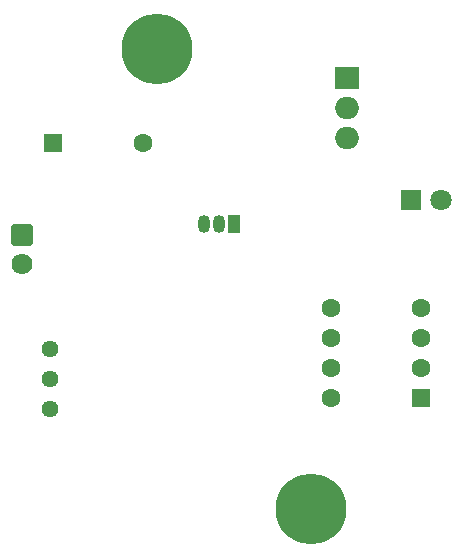
<source format=gbr>
%TF.GenerationSoftware,KiCad,Pcbnew,9.0.1*%
%TF.CreationDate,2025-04-27T19:27:19+01:00*%
%TF.ProjectId,PCB_IndicadorBateriaBaja,5043425f-496e-4646-9963-61646f724261,1*%
%TF.SameCoordinates,Original*%
%TF.FileFunction,Soldermask,Bot*%
%TF.FilePolarity,Negative*%
%FSLAX46Y46*%
G04 Gerber Fmt 4.6, Leading zero omitted, Abs format (unit mm)*
G04 Created by KiCad (PCBNEW 9.0.1) date 2025-04-27 19:27:19*
%MOMM*%
%LPD*%
G01*
G04 APERTURE LIST*
G04 Aperture macros list*
%AMRoundRect*
0 Rectangle with rounded corners*
0 $1 Rounding radius*
0 $2 $3 $4 $5 $6 $7 $8 $9 X,Y pos of 4 corners*
0 Add a 4 corners polygon primitive as box body*
4,1,4,$2,$3,$4,$5,$6,$7,$8,$9,$2,$3,0*
0 Add four circle primitives for the rounded corners*
1,1,$1+$1,$2,$3*
1,1,$1+$1,$4,$5*
1,1,$1+$1,$6,$7*
1,1,$1+$1,$8,$9*
0 Add four rect primitives between the rounded corners*
20,1,$1+$1,$2,$3,$4,$5,0*
20,1,$1+$1,$4,$5,$6,$7,0*
20,1,$1+$1,$6,$7,$8,$9,0*
20,1,$1+$1,$8,$9,$2,$3,0*%
G04 Aperture macros list end*
%ADD10C,6.000000*%
%ADD11RoundRect,0.250000X0.550000X0.550000X-0.550000X0.550000X-0.550000X-0.550000X0.550000X-0.550000X0*%
%ADD12C,1.600000*%
%ADD13R,2.000000X1.905000*%
%ADD14O,2.000000X1.905000*%
%ADD15R,1.050000X1.500000*%
%ADD16O,1.050000X1.500000*%
%ADD17RoundRect,0.250000X-0.550000X-0.550000X0.550000X-0.550000X0.550000X0.550000X-0.550000X0.550000X0*%
%ADD18C,1.440000*%
%ADD19RoundRect,0.102000X0.787500X-0.787500X0.787500X0.787500X-0.787500X0.787500X-0.787500X-0.787500X0*%
%ADD20C,1.779000*%
%ADD21R,1.800000X1.800000*%
%ADD22C,1.800000*%
G04 APERTURE END LIST*
D10*
%TO.C,H2*%
X75670000Y-74380000D03*
%TD*%
%TO.C,H1*%
X62670000Y-35380000D03*
%TD*%
D11*
%TO.C,U4*%
X85000000Y-65000000D03*
D12*
X85000000Y-62460000D03*
X85000000Y-59920000D03*
X85000000Y-57380000D03*
X77380000Y-57380000D03*
X77380000Y-59920000D03*
X77380000Y-62460000D03*
X77380000Y-65000000D03*
%TD*%
D13*
%TO.C,U2*%
X78725000Y-37840000D03*
D14*
X78725000Y-40380000D03*
X78725000Y-42920000D03*
%TD*%
D15*
%TO.C,U1*%
X69195000Y-50190000D03*
D16*
X67925000Y-50190000D03*
X66655000Y-50190000D03*
%TD*%
D17*
%TO.C,SW1*%
X53865000Y-43392500D03*
D12*
X61485000Y-43392500D03*
%TD*%
D18*
%TO.C,RV1*%
X53580000Y-60840000D03*
X53580000Y-63380000D03*
X53580000Y-65920000D03*
%TD*%
D19*
%TO.C,J1*%
X51195000Y-51130000D03*
D20*
X51195000Y-53630000D03*
%TD*%
D21*
%TO.C,D1*%
X84195000Y-48190000D03*
D22*
X86735000Y-48190000D03*
%TD*%
M02*

</source>
